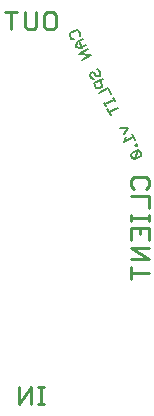
<source format=gbo>
G75*
G70*
%OFA0B0*%
%FSLAX24Y24*%
%IPPOS*%
%LPD*%
%AMOC8*
5,1,8,0,0,1.08239X$1,22.5*
%
%ADD10C,0.0110*%
%ADD11C,0.0060*%
D10*
X001472Y000815D02*
X001472Y001405D01*
X001866Y001405D02*
X001472Y000815D01*
X001866Y000815D02*
X001866Y001405D01*
X002099Y001405D02*
X002296Y001405D01*
X002197Y001405D02*
X002197Y000815D01*
X002099Y000815D02*
X002296Y000815D01*
X005205Y005003D02*
X005205Y005397D01*
X005205Y005200D02*
X005796Y005200D01*
X005796Y005648D02*
X005205Y005648D01*
X005205Y006042D02*
X005796Y005648D01*
X005796Y006042D02*
X005205Y006042D01*
X005205Y006292D02*
X005205Y006686D01*
X005796Y006686D01*
X005796Y006292D01*
X005501Y006489D02*
X005501Y006686D01*
X005205Y006919D02*
X005205Y007116D01*
X005205Y007017D02*
X005796Y007017D01*
X005796Y006919D02*
X005796Y007116D01*
X005796Y007367D02*
X005796Y007760D01*
X005205Y007760D01*
X005304Y008011D02*
X005205Y008110D01*
X005205Y008306D01*
X005304Y008405D01*
X005697Y008405D01*
X005796Y008306D01*
X005796Y008110D01*
X005697Y008011D01*
X002597Y013315D02*
X002696Y013413D01*
X002696Y013807D01*
X002597Y013905D01*
X002401Y013905D01*
X002302Y013807D01*
X002302Y013413D01*
X002401Y013315D01*
X002597Y013315D01*
X002051Y013413D02*
X001953Y013315D01*
X001756Y013315D01*
X001658Y013413D01*
X001658Y013905D01*
X001407Y013905D02*
X001013Y013905D01*
X001210Y013905D02*
X001210Y013315D01*
X002051Y013413D02*
X002051Y013905D01*
D11*
X003185Y013191D02*
X003387Y013294D01*
X003463Y013269D01*
X003515Y013168D01*
X003490Y013092D01*
X003605Y012991D02*
X003403Y012888D01*
X003353Y012736D01*
X003506Y012686D01*
X003708Y012789D01*
X003772Y012663D02*
X003469Y012509D01*
X003875Y012461D01*
X003572Y012306D01*
X003556Y012712D02*
X003453Y012914D01*
X003288Y012989D02*
X003212Y013013D01*
X003160Y013114D01*
X003185Y013191D01*
X003854Y011878D02*
X003905Y011904D01*
X003981Y011879D01*
X004032Y011778D01*
X004109Y011753D01*
X004159Y011779D01*
X004184Y011855D01*
X004132Y011956D01*
X004056Y011981D01*
X003829Y011802D02*
X003881Y011701D01*
X003957Y011676D01*
X003971Y011524D02*
X004048Y011372D01*
X004124Y011348D01*
X004225Y011399D01*
X004250Y011475D01*
X004173Y011627D01*
X004274Y011679D02*
X003971Y011524D01*
X003829Y011802D02*
X003854Y011878D01*
X004138Y011196D02*
X004441Y011350D01*
X004544Y011148D01*
X004608Y011022D02*
X004660Y010921D01*
X004634Y010972D02*
X004331Y010817D01*
X004357Y010767D02*
X004305Y010868D01*
X004417Y010649D02*
X004520Y010447D01*
X004468Y010548D02*
X004771Y010702D01*
X004852Y010044D02*
X005106Y010046D01*
X004955Y009842D01*
X005020Y009716D02*
X004970Y009563D01*
X005273Y009718D01*
X005222Y009819D02*
X005325Y009617D01*
X005389Y009491D02*
X005338Y009465D01*
X005364Y009414D01*
X005415Y009440D01*
X005389Y009491D01*
X005422Y009301D02*
X005323Y008996D01*
X005525Y009099D01*
X005550Y009175D01*
X005498Y009276D01*
X005422Y009301D01*
X005220Y009198D01*
X005195Y009122D01*
X005247Y009020D01*
X005323Y008996D01*
M02*

</source>
